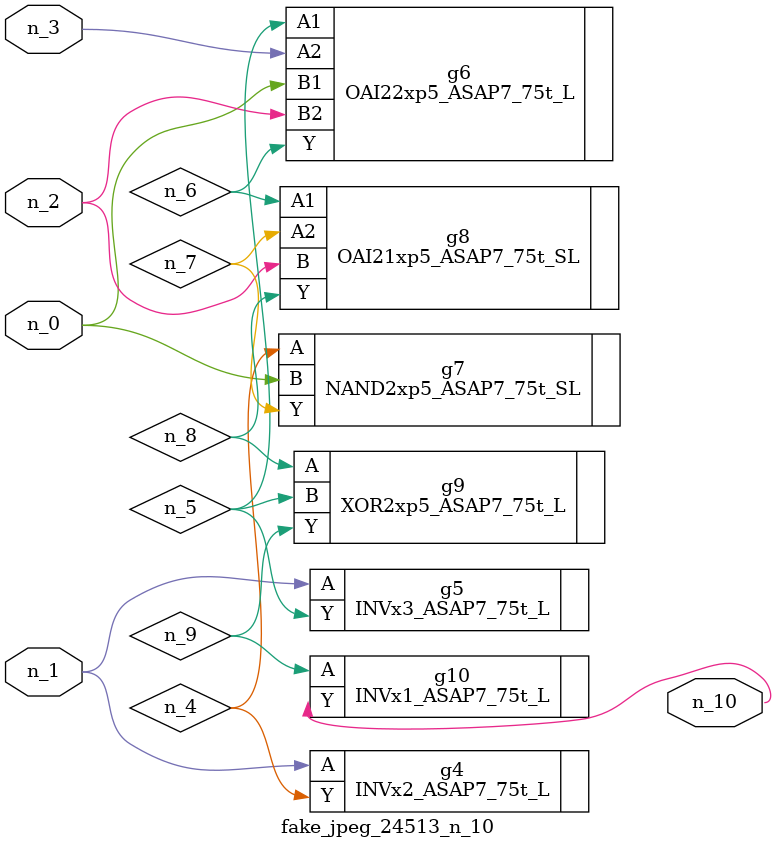
<source format=v>
module fake_jpeg_24513_n_10 (n_0, n_3, n_2, n_1, n_10);

input n_0;
input n_3;
input n_2;
input n_1;

output n_10;

wire n_4;
wire n_8;
wire n_9;
wire n_6;
wire n_5;
wire n_7;

INVx2_ASAP7_75t_L g4 ( 
.A(n_1),
.Y(n_4)
);

INVx3_ASAP7_75t_L g5 ( 
.A(n_1),
.Y(n_5)
);

OAI22xp5_ASAP7_75t_L g6 ( 
.A1(n_5),
.A2(n_3),
.B1(n_0),
.B2(n_2),
.Y(n_6)
);

OAI21xp5_ASAP7_75t_SL g8 ( 
.A1(n_6),
.A2(n_7),
.B(n_2),
.Y(n_8)
);

NAND2xp5_ASAP7_75t_SL g7 ( 
.A(n_4),
.B(n_0),
.Y(n_7)
);

XOR2xp5_ASAP7_75t_L g9 ( 
.A(n_8),
.B(n_5),
.Y(n_9)
);

INVx1_ASAP7_75t_L g10 ( 
.A(n_9),
.Y(n_10)
);


endmodule
</source>
